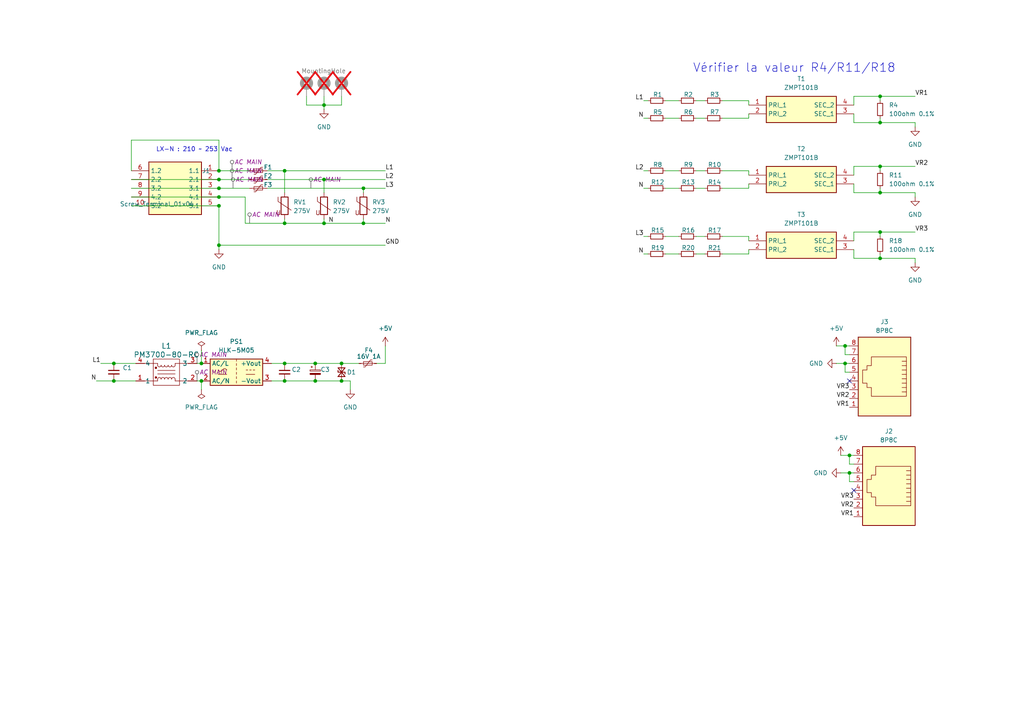
<source format=kicad_sch>
(kicad_sch (version 20231120) (generator "eeschema") (generator_version "8.0")
  (paper "A4")
  (lib_symbols
    (symbol "Connector:8P8C" (pin_names (offset 1.016))
      (property "Reference" "J" (at -5.08 13.97 0))
      (property "Value" "8P8C" (at 2.54 13.97 0))
      (symbol "8P8C_0_1"
        (polyline (pts (xy -5.08 4.445) (xy -6.35 4.445)))
        (polyline (pts (xy -5.08 5.715) (xy -6.35 5.715)))
        (polyline (pts (xy -6.35 -3.175) (xy -5.08 -3.175) (xy -5.08 -3.175)))
        (polyline (pts (xy -6.35 -1.905) (xy -5.08 -1.905) (xy -5.08 -1.905)))
        (polyline (pts (xy -6.35 -0.635) (xy -5.08 -0.635) (xy -5.08 -0.635)))
        (polyline (pts (xy -6.35 0.635) (xy -5.08 0.635) (xy -5.08 0.635)))
        (polyline (pts (xy -6.35 1.905) (xy -5.08 1.905) (xy -5.08 1.905)))
        (polyline (pts (xy -5.08 3.175) (xy -6.35 3.175) (xy -6.35 3.175)))
        (polyline (pts (xy -6.35 -4.445) (xy -6.35 6.985) (xy 3.81 6.985) (xy 3.81 4.445) (xy 5.08 4.445) (xy 5.08 3.175) (xy 6.35 3.175) (xy 6.35 -0.635) (xy 5.08 -0.635) (xy 5.08 -1.905) (xy 3.81 -1.905) (xy 3.81 -4.445) (xy -6.35 -4.445) (xy -6.35 -4.445)))
        (rectangle (start 7.62 12.7) (end -7.62 -10.16) (stroke (width 0.254)) (fill (type background)))
      )
      (symbol "8P8C_1_1"
        (pin passive line (at 10.16 -7.62 180) (length 2.54) (name "~") (number "1"))
        (pin passive line (at 10.16 -5.08 180) (length 2.54) (name "~") (number "2"))
        (pin passive line (at 10.16 -2.54 180) (length 2.54) (name "~") (number "3"))
        (pin passive line (at 10.16 0 180) (length 2.54) (name "~") (number "4"))
        (pin passive line (at 10.16 2.54 180) (length 2.54) (name "~") (number "5"))
        (pin passive line (at 10.16 5.08 180) (length 2.54) (name "~") (number "6"))
        (pin passive line (at 10.16 7.62 180) (length 2.54) (name "~") (number "7"))
        (pin passive line (at 10.16 10.16 180) (length 2.54) (name "~") (number "8"))
      )
    )
    (symbol "Converter_ACDC:HLK-5M05"
      (property "Reference" "PS" (at 0 5.08 0))
      (property "Value" "HLK-5M05" (at 0 -5.08 0))
      (symbol "HLK-5M05_0_1"
        (rectangle (start -7.62 3.81) (end 7.62 -3.81) (stroke (width 0.254)) (fill (type background)))
        (arc (start -5.334 0.635) (mid -4.699 0.2495) (end -4.064 0.635))
        (arc (start -2.794 0.635) (mid -3.429 1.0072) (end -4.064 0.635))
        (polyline (pts (xy -5.334 -0.635) (xy -2.794 -0.635)))
        (polyline (pts (xy 0 -2.54) (xy 0 -3.175)))
        (polyline (pts (xy 0 -1.27) (xy 0 -1.905)))
        (polyline (pts (xy 0 0) (xy 0 -0.635)))
        (polyline (pts (xy 0 1.27) (xy 0 0.635)))
        (polyline (pts (xy 0 2.54) (xy 0 1.905)))
        (polyline (pts (xy 0 3.81) (xy 0 3.175)))
        (polyline (pts (xy 2.794 -0.635) (xy 5.334 -0.635)))
        (polyline (pts (xy 2.794 0.635) (xy 3.302 0.635)))
        (polyline (pts (xy 3.81 0.635) (xy 4.318 0.635)))
        (polyline (pts (xy 4.826 0.635) (xy 5.334 0.635)))
      )
      (symbol "HLK-5M05_1_1"
        (pin power_in line (at -10.16 2.54 0) (length 2.54) (name "AC/L") (number "1"))
        (pin power_in line (at -10.16 -2.54 0) (length 2.54) (name "AC/N") (number "2"))
        (pin power_out line (at 10.16 -2.54 180) (length 2.54) (name "-Vout") (number "3"))
        (pin power_out line (at 10.16 2.54 180) (length 2.54) (name "+Vout") (number "4"))
      )
    )
    (symbol "Device:C_Polarized_Small" (pin_numbers hide) (pin_names (offset 0.254) hide)
      (property "Reference" "C" (at 0.254 1.778 0))
      (property "Value" "C_Polarized_Small" (at 0.254 -2.032 0))
      (symbol "C_Polarized_Small_0_1"
        (rectangle (start -1.524 -0.3048) (end 1.524 -0.6858) (fill (type outline)))
        (rectangle (start -1.524 0.6858) (end 1.524 0.3048))
        (polyline (pts (xy -1.27 1.524) (xy -0.762 1.524)))
        (polyline (pts (xy -1.016 1.27) (xy -1.016 1.778)))
      )
      (symbol "C_Polarized_Small_1_1"
        (pin passive line (at 0 2.54 270) (length 1.8542) (name "~") (number "1"))
        (pin passive line (at 0 -2.54 90) (length 1.8542) (name "~") (number "2"))
      )
    )
    (symbol "Device:C_Small" (pin_numbers hide) (pin_names (offset 0.254) hide)
      (property "Reference" "C" (at 0.254 1.778 0))
      (property "Value" "C_Small" (at 0.254 -2.032 0))
      (symbol "C_Small_0_1"
        (polyline (pts (xy -1.524 -0.508) (xy 1.524 -0.508)) (stroke (width 0.3302)))
        (polyline (pts (xy -1.524 0.508) (xy 1.524 0.508)) (stroke (width 0.3048)))
      )
      (symbol "C_Small_1_1"
        (pin passive line (at 0 2.54 270) (length 2.032) (name "~") (number "1"))
        (pin passive line (at 0 -2.54 90) (length 2.032) (name "~") (number "2"))
      )
    )
    (symbol "Device:D_TVS_Small" (pin_numbers hide) (pin_names (offset 1.016) hide)
      (property "Reference" "D" (at 0 2.54 0))
      (property "Value" "D_TVS_Small" (at 0 -2.54 0))
      (symbol "D_TVS_Small_0_1"
        (polyline (pts (xy -1.27 0) (xy 1.27 0)))
        (polyline (pts (xy 0.508 1.016) (xy 0 1.016) (xy 0 -1.016) (xy -0.508 -1.016)) (stroke (width 0.254)))
        (polyline (pts (xy -1.27 1.016) (xy -1.27 -1.016) (xy 1.27 1.016) (xy 1.27 -1.016) (xy -1.27 1.016)) (stroke (width 0.254)))
      )
      (symbol "D_TVS_Small_1_1"
        (pin passive line (at -2.54 0 0) (length 1.27) (name "A1") (number "1"))
        (pin passive line (at 2.54 0 180) (length 1.27) (name "A2") (number "2"))
      )
    )
    (symbol "Device:Polyfuse_Small" (pin_numbers hide) (pin_names (offset 0))
      (property "Reference" "F" (at -1.905 0 90))
      (property "Value" "Polyfuse_Small" (at 1.905 0 90))
      (symbol "Polyfuse_Small_0_1"
        (rectangle (start -0.508 1.27) (end 0.508 -1.27))
        (polyline (pts (xy 0 2.54) (xy 0 -2.54)))
        (polyline (pts (xy -1.016 1.27) (xy -1.016 0.762) (xy 1.016 -0.762) (xy 1.016 -1.27)))
      )
      (symbol "Polyfuse_Small_1_1"
        (pin passive line (at 0 2.54 270) (length 0.635) (name "~") (number "1"))
        (pin passive line (at 0 -2.54 90) (length 0.635) (name "~") (number "2"))
      )
    )
    (symbol "Device:R_Small" (pin_numbers hide) (pin_names (offset 0.254) hide)
      (property "Reference" "R" (at 0.762 0.508 0))
      (property "Value" "R_Small" (at 0.762 -1.016 0))
      (symbol "R_Small_0_1"
        (rectangle (start -0.762 1.778) (end 0.762 -1.778) (stroke (width 0.2032)))
      )
      (symbol "R_Small_1_1"
        (pin passive line (at 0 2.54 270) (length 0.762) (name "~") (number "1"))
        (pin passive line (at 0 -2.54 90) (length 0.762) (name "~") (number "2"))
      )
    )
    (symbol "Device:Varistor" (pin_numbers hide) (pin_names (offset 0))
      (property "Reference" "RV" (at 3.175 0 90))
      (property "Value" "Varistor" (at -3.175 0 90))
      (symbol "Varistor_0_0"
        (text "U" (at -1.778 -2.032 0) (effects (font (size 1.27 1.27))))
      )
      (symbol "Varistor_0_1"
        (rectangle (start -1.016 -2.54) (end 1.016 2.54) (stroke (width 0.254)))
        (polyline (pts (xy -1.905 2.54) (xy -1.905 1.27) (xy 1.905 -1.27)))
      )
      (symbol "Varistor_1_1"
        (pin passive line (at 0 3.81 270) (length 1.27) (name "~") (number "1"))
        (pin passive line (at 0 -3.81 90) (length 1.27) (name "~") (number "2"))
      )
    )
    (symbol "Enerwize:2913740000"
      (property "Reference" "J" (at 21.59 7.62 0))
      (property "Value" "2913740000" (at 21.59 5.08 0))
      (symbol "2913740000_1_1"
        (rectangle (start 5.08 2.54) (end 20.32 -12.7) (stroke (width 0.254)) (fill (type background)))
        (pin passive line (at 0 0 0) (length 5.08) (name "1.1") (number "1"))
        (pin passive line (at 25.4 -10.16 180) (length 5.08) (name "5.2") (number "10"))
        (pin passive line (at 0 -2.54 0) (length 5.08) (name "2.1") (number "2"))
        (pin passive line (at 0 -5.08 0) (length 5.08) (name "3.1") (number "3"))
        (pin passive line (at 0 -7.62 0) (length 5.08) (name "4.1") (number "4"))
        (pin passive line (at 0 -10.16 0) (length 5.08) (name "5.1") (number "5"))
        (pin passive line (at 25.4 0 180) (length 5.08) (name "1.2") (number "6"))
        (pin passive line (at 25.4 -2.54 180) (length 5.08) (name "2.2") (number "7"))
        (pin passive line (at 25.4 -5.08 180) (length 5.08) (name "3.2") (number "8"))
        (pin passive line (at 25.4 -7.62 180) (length 5.08) (name "4.2") (number "9"))
      )
    )
    (symbol "Enerwize:PM3700-80-RC" (pin_names (offset 0.254))
      (property "Reference" "L" (at 12.7 5.08 0))
      (property "Value" "PM3700-80-RC" (at 12.7 8.128 0))
      (symbol "PM3700-80-RC_0_1"
        (polyline (pts (xy 6.35 0) (xy 10.16 0)))
        (polyline (pts (xy 10.16 -5.08) (xy 6.35 -5.08)))
        (polyline (pts (xy 10.16 -4.572) (xy 10.16 -5.08)))
        (polyline (pts (xy 10.16 -3.048) (xy 15.24 -3.048)))
        (polyline (pts (xy 10.16 -0.508) (xy 10.16 0)))
        (polyline (pts (xy 15.24 -5.08) (xy 15.24 -4.572)))
        (polyline (pts (xy 15.24 -2.032) (xy 10.16 -2.032)))
        (polyline (pts (xy 15.24 -0.508) (xy 15.24 0)))
        (polyline (pts (xy 19.05 -5.08) (xy 15.24 -5.08)))
        (polyline (pts (xy 19.05 0) (xy 15.24 0)))
        (rectangle (start 8.89 1.27) (end 16.51 -6.35))
        (circle (center 9.652 -4.064) (radius 0.254) (fill (type outline)))
        (circle (center 9.652 -1.27) (radius 0.254) (fill (type outline)))
        (arc (start 10.16 -0.508) (mid 10.668 -1.0138) (end 11.176 -0.508))
        (arc (start 11.176 -4.572) (mid 10.668 -4.0662) (end 10.16 -4.572))
        (arc (start 11.176 -0.508) (mid 11.684 -1.0138) (end 12.192 -0.508))
        (arc (start 12.192 -4.572) (mid 11.684 -4.0662) (end 11.176 -4.572))
        (arc (start 12.192 -0.508) (mid 12.7 -1.0138) (end 13.208 -0.508))
        (arc (start 13.208 -4.572) (mid 12.7 -4.0662) (end 12.192 -4.572))
        (arc (start 13.208 -0.508) (mid 13.716 -1.0138) (end 14.224 -0.508))
        (arc (start 14.224 -4.572) (mid 13.716 -4.0662) (end 13.208 -4.572))
        (arc (start 14.224 -0.508) (mid 14.732 -1.0138) (end 15.24 -0.508))
        (arc (start 15.24 -4.572) (mid 14.732 -4.0662) (end 14.224 -4.572))
      )
      (symbol "PM3700-80-RC_1_1"
        (pin passive line (at 3.81 -5.08 0) (length 2.54) (name "1") (number "1"))
        (pin passive line (at 21.59 -5.08 180) (length 2.54) (name "2") (number "2"))
        (pin passive line (at 21.59 0 180) (length 2.54) (name "3") (number "3"))
        (pin passive line (at 3.81 0 0) (length 2.54) (name "4") (number "4"))
      )
    )
    (symbol "Enerwize:ZMPT101B"
      (property "Reference" "T" (at 26.67 7.62 0))
      (property "Value" "ZMPT101B" (at 26.67 5.08 0))
      (symbol "ZMPT101B_1_1"
        (rectangle (start 5.08 2.54) (end 25.4 -5.08) (stroke (width 0.254)) (fill (type background)))
        (pin passive line (at 0 0 0) (length 5.08) (name "PRI_1") (number "1"))
        (pin passive line (at 0 -2.54 0) (length 5.08) (name "PRI_2") (number "2"))
        (pin passive line (at 30.48 -2.54 180) (length 5.08) (name "SEC_1") (number "3"))
        (pin passive line (at 30.48 0 180) (length 5.08) (name "SEC_2") (number "4"))
      )
    )
    (symbol "Mechanical:MountingHole_Pad" (pin_numbers hide) (pin_names (offset 1.016) hide) (exclude_from_sim yes) (in_bom no)
      (property "Reference" "H" (at 0 6.35 0))
      (property "Value" "MountingHole_Pad" (at 0 4.445 0))
      (symbol "MountingHole_Pad_0_1"
        (circle (center 0 1.27) (radius 1.27) (stroke (width 1.27)))
      )
      (symbol "MountingHole_Pad_1_1"
        (pin input line (at 0 -2.54 90) (length 2.54) (name "1") (number "1"))
      )
    )
    (symbol "power:+5V" (power) (pin_numbers hide) (pin_names (offset 0) hide)
      (property "Value" "+5V" (at 0 3.556 0))
      (symbol "+5V_0_1"
        (polyline (pts (xy -0.762 1.27) (xy 0 2.54)))
        (polyline (pts (xy 0 0) (xy 0 2.54)))
        (polyline (pts (xy 0 2.54) (xy 0.762 1.27)))
      )
      (symbol "+5V_1_1"
        (pin power_in line (at 0 0 90) (length 0) (name "~") (number "1"))
      )
    )
    (symbol "power:GND" (power) (pin_numbers hide) (pin_names (offset 0) hide)
      (property "Value" "GND" (at 0 -3.81 0))
      (symbol "GND_0_1"
        (polyline (pts (xy 0 0) (xy 0 -1.27) (xy 1.27 -1.27) (xy 0 -2.54) (xy -1.27 -1.27) (xy 0 -1.27)))
      )
      (symbol "GND_1_1"
        (pin power_in line (at 0 0 270) (length 0) (name "~") (number "1"))
      )
    )
    (symbol "power:PWR_FLAG" (power) (pin_numbers hide) (pin_names (offset 0) hide)
      (property "Value" "PWR_FLAG" (at 0 3.81 0))
      (symbol "PWR_FLAG_0_0"
        (pin power_out line (at 0 0 90) (length 0) (name "~") (number "1"))
      )
      (symbol "PWR_FLAG_0_1"
        (polyline (pts (xy 0 0) (xy 0 1.27) (xy -1.016 1.905) (xy 0 2.54) (xy 1.016 1.905) (xy 0 1.27)))
      )
    )
  )
  (junction (at 91.44 110.49))
  (junction (at 58.42 105.41))
  (junction (at 105.41 54.61))
  (junction (at 58.42 110.49))
  (junction (at 255.27 27.94))
  (junction (at 63.5 57.15))
  (junction (at 63.5 52.07))
  (junction (at 99.06 110.49))
  (junction (at 255.27 48.26))
  (junction (at 82.55 49.53))
  (junction (at 33.02 105.41))
  (junction (at 255.27 67.31))
  (junction (at 245.11 100.33))
  (junction (at 93.98 64.77))
  (junction (at 82.55 105.41))
  (junction (at 91.44 105.41))
  (junction (at 105.41 64.77))
  (junction (at 63.5 71.12))
  (junction (at 33.02 110.49))
  (junction (at 93.98 52.07))
  (junction (at 82.55 64.77))
  (junction (at 63.5 54.61))
  (junction (at 63.5 49.53))
  (junction (at 93.98 30.48))
  (junction (at 99.06 105.41))
  (junction (at 255.27 74.93))
  (junction (at 246.38 132.08))
  (junction (at 255.27 35.56))
  (junction (at 63.5 59.69))
  (junction (at 82.55 110.49))
  (junction (at 255.27 55.88))
  (junction (at 245.11 105.41))
  (junction (at 246.38 137.16))
  (no_connect (at 246.38 110.49))
  (no_connect (at 247.65 142.24))
  (wire (pts (xy 255.27 67.31) (xy 255.27 68.58)))
  (wire (pts (xy 246.38 107.95) (xy 245.11 107.95)))
  (wire (pts (xy 58.42 101.6) (xy 58.42 105.41)))
  (wire (pts (xy 77.47 49.53) (xy 82.55 49.53)))
  (wire (pts (xy 27.94 110.49) (xy 33.02 110.49)))
  (wire (pts (xy 247.65 53.34) (xy 247.65 55.88)))
  (wire (pts (xy 71.12 64.77) (xy 71.12 57.15)))
  (wire (pts (xy 255.27 35.56) (xy 255.27 34.29)))
  (wire (pts (xy 187.96 34.29) (xy 186.69 34.29)))
  (wire (pts (xy 63.5 52.07) (xy 72.39 52.07)))
  (wire (pts (xy 111.76 105.41) (xy 111.76 100.33)))
  (wire (pts (xy 245.11 100.33) (xy 242.57 100.33)))
  (wire (pts (xy 217.17 49.53) (xy 217.17 50.8)))
  (wire (pts (xy 187.96 54.61) (xy 186.69 54.61)))
  (wire (pts (xy 93.98 31.75) (xy 93.98 30.48)))
  (wire (pts (xy 246.38 100.33) (xy 245.11 100.33)))
  (wire (pts (xy 247.65 33.02) (xy 247.65 35.56)))
  (wire (pts (xy 246.38 132.08) (xy 243.84 132.08)))
  (wire (pts (xy 88.9 30.48) (xy 93.98 30.48)))
  (wire (pts (xy 245.11 107.95) (xy 245.11 105.41)))
  (wire (pts (xy 77.47 52.07) (xy 93.98 52.07)))
  (wire (pts (xy 246.38 105.41) (xy 245.11 105.41)))
  (wire (pts (xy 187.96 73.66) (xy 186.69 73.66)))
  (wire (pts (xy 57.15 110.49) (xy 58.42 110.49)))
  (wire (pts (xy 265.43 55.88) (xy 265.43 57.15)))
  (wire (pts (xy 209.55 29.21) (xy 217.17 29.21)))
  (wire (pts (xy 247.65 132.08) (xy 246.38 132.08)))
  (wire (pts (xy 29.21 105.41) (xy 33.02 105.41)))
  (wire (pts (xy 255.27 74.93) (xy 265.43 74.93)))
  (wire (pts (xy 247.65 50.8) (xy 247.65 48.26)))
  (wire (pts (xy 105.41 54.61) (xy 105.41 55.88)))
  (wire (pts (xy 93.98 52.07) (xy 111.76 52.07)))
  (wire (pts (xy 38.1 59.69) (xy 63.5 59.69)))
  (wire (pts (xy 246.38 134.62) (xy 246.38 132.08)))
  (wire (pts (xy 201.93 54.61) (xy 204.47 54.61)))
  (wire (pts (xy 109.22 105.41) (xy 111.76 105.41)))
  (wire (pts (xy 247.65 72.39) (xy 247.65 74.93)))
  (wire (pts (xy 63.5 40.64) (xy 63.5 49.53)))
  (wire (pts (xy 247.65 134.62) (xy 246.38 134.62)))
  (wire (pts (xy 217.17 34.29) (xy 217.17 33.02)))
  (wire (pts (xy 82.55 49.53) (xy 111.76 49.53)))
  (wire (pts (xy 93.98 52.07) (xy 93.98 55.88)))
  (wire (pts (xy 91.44 105.41) (xy 99.06 105.41)))
  (wire (pts (xy 82.55 110.49) (xy 91.44 110.49)))
  (wire (pts (xy 247.65 74.93) (xy 255.27 74.93)))
  (wire (pts (xy 186.69 29.21) (xy 187.96 29.21)))
  (wire (pts (xy 58.42 113.03) (xy 58.42 110.49)))
  (wire (pts (xy 265.43 74.93) (xy 265.43 76.2)))
  (wire (pts (xy 255.27 55.88) (xy 255.27 54.61)))
  (wire (pts (xy 246.38 102.87) (xy 245.11 102.87)))
  (wire (pts (xy 38.1 40.64) (xy 63.5 40.64)))
  (wire (pts (xy 247.65 35.56) (xy 255.27 35.56)))
  (wire (pts (xy 255.27 74.93) (xy 255.27 73.66)))
  (wire (pts (xy 193.04 49.53) (xy 196.85 49.53)))
  (wire (pts (xy 82.55 105.41) (xy 91.44 105.41)))
  (wire (pts (xy 201.93 73.66) (xy 204.47 73.66)))
  (wire (pts (xy 186.69 49.53) (xy 187.96 49.53)))
  (wire (pts (xy 209.55 73.66) (xy 217.17 73.66)))
  (wire (pts (xy 38.1 54.61) (xy 63.5 54.61)))
  (wire (pts (xy 201.93 49.53) (xy 204.47 49.53)))
  (wire (pts (xy 91.44 110.49) (xy 99.06 110.49)))
  (wire (pts (xy 209.55 34.29) (xy 217.17 34.29)))
  (wire (pts (xy 265.43 35.56) (xy 265.43 36.83)))
  (wire (pts (xy 33.02 105.41) (xy 39.37 105.41)))
  (wire (pts (xy 209.55 68.58) (xy 217.17 68.58)))
  (wire (pts (xy 105.41 63.5) (xy 105.41 64.77)))
  (wire (pts (xy 93.98 64.77) (xy 105.41 64.77)))
  (wire (pts (xy 255.27 67.31) (xy 265.43 67.31)))
  (wire (pts (xy 247.65 48.26) (xy 255.27 48.26)))
  (wire (pts (xy 38.1 49.53) (xy 38.1 40.64)))
  (wire (pts (xy 99.06 105.41) (xy 104.14 105.41)))
  (wire (pts (xy 63.5 49.53) (xy 72.39 49.53)))
  (wire (pts (xy 101.6 110.49) (xy 101.6 113.03)))
  (wire (pts (xy 93.98 27.94) (xy 93.98 30.48)))
  (wire (pts (xy 217.17 68.58) (xy 217.17 69.85)))
  (wire (pts (xy 71.12 57.15) (xy 63.5 57.15)))
  (wire (pts (xy 209.55 54.61) (xy 217.17 54.61)))
  (wire (pts (xy 101.6 110.49) (xy 99.06 110.49)))
  (wire (pts (xy 193.04 54.61) (xy 196.85 54.61)))
  (wire (pts (xy 105.41 64.77) (xy 111.76 64.77)))
  (wire (pts (xy 245.11 102.87) (xy 245.11 100.33)))
  (wire (pts (xy 217.17 29.21) (xy 217.17 30.48)))
  (wire (pts (xy 255.27 48.26) (xy 265.43 48.26)))
  (wire (pts (xy 201.93 29.21) (xy 204.47 29.21)))
  (wire (pts (xy 247.65 137.16) (xy 246.38 137.16)))
  (wire (pts (xy 193.04 29.21) (xy 196.85 29.21)))
  (wire (pts (xy 247.65 139.7) (xy 246.38 139.7)))
  (wire (pts (xy 193.04 68.58) (xy 196.85 68.58)))
  (wire (pts (xy 99.06 30.48) (xy 93.98 30.48)))
  (wire (pts (xy 247.65 55.88) (xy 255.27 55.88)))
  (wire (pts (xy 255.27 27.94) (xy 255.27 29.21)))
  (wire (pts (xy 186.69 68.58) (xy 187.96 68.58)))
  (wire (pts (xy 99.06 27.94) (xy 99.06 30.48)))
  (wire (pts (xy 247.65 30.48) (xy 247.65 27.94)))
  (wire (pts (xy 33.02 110.49) (xy 39.37 110.49)))
  (wire (pts (xy 63.5 71.12) (xy 111.76 71.12)))
  (wire (pts (xy 193.04 34.29) (xy 196.85 34.29)))
  (wire (pts (xy 217.17 73.66) (xy 217.17 72.39)))
  (wire (pts (xy 105.41 54.61) (xy 111.76 54.61)))
  (wire (pts (xy 201.93 34.29) (xy 204.47 34.29)))
  (wire (pts (xy 247.65 67.31) (xy 255.27 67.31)))
  (wire (pts (xy 82.55 55.88) (xy 82.55 49.53)))
  (wire (pts (xy 38.1 52.07) (xy 63.5 52.07)))
  (wire (pts (xy 255.27 27.94) (xy 265.43 27.94)))
  (wire (pts (xy 245.11 105.41) (xy 242.57 105.41)))
  (wire (pts (xy 82.55 64.77) (xy 93.98 64.77)))
  (wire (pts (xy 201.93 68.58) (xy 204.47 68.58)))
  (wire (pts (xy 82.55 63.5) (xy 82.55 64.77)))
  (wire (pts (xy 63.5 54.61) (xy 72.39 54.61)))
  (wire (pts (xy 63.5 71.12) (xy 63.5 72.39)))
  (wire (pts (xy 247.65 69.85) (xy 247.65 67.31)))
  (wire (pts (xy 217.17 54.61) (xy 217.17 53.34)))
  (wire (pts (xy 209.55 49.53) (xy 217.17 49.53)))
  (wire (pts (xy 78.74 110.49) (xy 82.55 110.49)))
  (wire (pts (xy 88.9 27.94) (xy 88.9 30.48)))
  (wire (pts (xy 63.5 59.69) (xy 63.5 71.12)))
  (wire (pts (xy 246.38 139.7) (xy 246.38 137.16)))
  (wire (pts (xy 193.04 73.66) (xy 196.85 73.66)))
  (wire (pts (xy 247.65 27.94) (xy 255.27 27.94)))
  (wire (pts (xy 255.27 35.56) (xy 265.43 35.56)))
  (wire (pts (xy 93.98 63.5) (xy 93.98 64.77)))
  (wire (pts (xy 77.47 54.61) (xy 105.41 54.61)))
  (wire (pts (xy 255.27 55.88) (xy 265.43 55.88)))
  (wire (pts (xy 38.1 57.15) (xy 63.5 57.15)))
  (wire (pts (xy 255.27 48.26) (xy 255.27 49.53)))
  (wire (pts (xy 57.15 105.41) (xy 58.42 105.41)))
  (wire (pts (xy 71.12 64.77) (xy 82.55 64.77)))
  (wire (pts (xy 246.38 137.16) (xy 243.84 137.16)))
  (wire (pts (xy 78.74 105.41) (xy 82.55 105.41)))
  (text "Vérifier la valeur R4/R11/R18\n" (at 230.378 19.812 0) (effects (font (size 2.5 2.5))))
  (text "LX-N : 210 ~ 253 Vac" (at 56.388 43.434 0) (effects (font (size 1.27 1.27))))
  (label "N" (at 186.69 54.61 180))
  (label "VR3" (at 265.43 67.31 0))
  (label "L3" (at 111.76 54.61 0))
  (label "N" (at 95.25 64.77 0))
  (label "VR2" (at 247.65 147.32 180))
  (label "L1" (at 111.76 49.53 0))
  (label "VR1" (at 265.43 27.94 0))
  (label "N" (at 186.69 73.66 180))
  (label "N" (at 186.69 34.29 180))
  (label "VR3" (at 246.38 113.03 180))
  (label "VR1" (at 246.38 118.11 180))
  (label "VR3" (at 247.65 144.78 180))
  (label "L1" (at 186.69 29.21 180))
  (label "L2" (at 186.69 49.53 180))
  (label "VR2" (at 265.43 48.26 0))
  (label "L3" (at 186.69 68.58 180))
  (label "VR2" (at 246.38 115.57 180))
  (label "N" (at 27.94 110.49 180))
  (label "N" (at 111.76 64.77 0))
  (label "VR1" (at 247.65 149.86 180))
  (label "GND" (at 111.76 71.12 0))
  (label "L2" (at 111.76 52.07 0))
  (label "L1" (at 29.21 105.41 180))
  (netclass_flag "" (length 2.54) (shape round) (at 67.5883 54.61 0) (property "Netclass" "AC MAIN" (at 68.2868 52.07 0) (effects (font (italic yes)) (justify left))))
  (netclass_flag "" (length 2.54) (shape round) (at 72.39 64.77 0) (property "Netclass" "AC MAIN" (at 73.0885 62.23 0) (effects (font (italic yes)) (justify left))))
  (netclass_flag "" (length 2.54) (shape round) (at 57.15 110.49 0) (property "Netclass" "AC MAIN" (at 57.8485 107.95 0) (effects (font (italic yes)) (justify left))))
  (netclass_flag "" (length 2.54) (shape round) (at 67.31 52.07 0) (property "Netclass" "AC MAIN" (at 68.0085 49.53 0) (effects (font (italic yes)) (justify left))))
  (netclass_flag "" (length 2.54) (shape round) (at 90.17 54.61 0) (property "Netclass" "AC MAIN" (at 90.8685 52.07 0) (effects (font (italic yes)) (justify left))))
  (netclass_flag "" (length 2.54) (shape round) (at 57.15 105.41 0) (property "Netclass" "AC MAIN" (at 57.8485 102.87 0) (effects (font (italic yes)) (justify left))))
  (netclass_flag "" (length 2.54) (shape round) (at 67.31 49.53 0) (property "Netclass" "AC MAIN" (at 68.0085 46.99 0) (effects (font (italic yes)) (justify left))))
  (symbol (lib_id "Enerwize:ZMPT101B") (at 217.17 50.8 0) (unit 1)
    (property "Reference" "T2" (at 232.41 43.18 0))
    (property "Value" "ZMPT101B" (at 232.41 45.72 0))
    (property "Footprint" "Enerwize:ZMPT101B" (effects (hide yes)))
    (property "Description" "Current-type Voltage Transformer" (effects (hide yes)))
    (property "Height" "18.8" (effects (hide yes)))
    (property "Manufacturer_Name" "Qingxian Zeming Langxi Electronic" (effects (hide yes)))
    (property "Manufacturer_Part_Number" "ZMPT101B" (effects (hide yes)))
    (property "LCSC Part #" "C111858" (effects (hide yes)))
    (property "MPN" "ZMPT101B" (effects (hide yes)))
  )
  (symbol (lib_id "Device:R_Small") (at 255.27 52.07 0) (unit 1)
    (property "Reference" "R11" (at 257.81 50.7999 0) (effects (justify left)))
    (property "Value" "100ohm 0.1%" (at 257.81 53.3399 0) (effects (justify left)))
    (property "Footprint" "Resistor_SMD:R_0603_1608Metric_Pad0.98x0.95mm_HandSolder" (effects (hide yes)))
    (property "Description" "Resistor, small symbol" (effects (hide yes)))
    (property "LCSC Part #" "C2989113" (effects (hide yes)))
    (property "MPN" "TC0325B1000T5F" (effects (hide yes)))
  )
  (symbol (lib_id "Enerwize:2913740000") (at 63.5 49.53 0) (mirror y) (unit 1)
    (property "Reference" "J1" (at 60.96 49.5299 0) (effects (justify left)))
    (property "Value" "Screw_Terminal_01x04" (at 56.388 59.182 0) (effects (justify left)))
    (property "Footprint" "Enerwize:2913740000" (effects (hide yes)))
    (property "Datasheet" "https://eshop.weidmueller.com/weidmueller-com/sv/anslutningsteknik/180degvertikalt/mts-505-v-t4-b-t/p/2913740000#tab=egenskaper?" (effects (hide yes)))
    (property "Description" "Printed circuit board terminals, PCB terminal, THT solder connection, Pitch in mm: 5.00 mm, Number of poles: 5, Tube" (effects (hide yes)))
    (property "Height" "18.85" (effects (hide yes)))
    (property "Mouser Part Number" "470-2913740000" (effects (hide yes)))
    (property "Mouser Price/Stock" "https://www.mouser.co.uk/ProductDetail/Weidmuller/2913740000?qs=Z%252BL2brAPG1K7VtuCP7bgFQ%3D%3D" (effects (hide yes)))
    (property "Manufacturer_Name" "Weidmuller" (effects (hide yes)))
    (property "Manufacturer_Part_Number" "2913740000" (effects (hide yes)))
    (property "MPN" "2913630000" (effects (hide yes)))
  )
  (symbol (lib_id "Enerwize:ZMPT101B") (at 217.17 30.48 0) (unit 1)
    (property "Reference" "T1" (at 232.41 22.86 0))
    (property "Value" "ZMPT101B" (at 232.41 25.4 0))
    (property "Footprint" "Enerwize:ZMPT101B" (effects (hide yes)))
    (property "Description" "Current-type Voltage Transformer" (effects (hide yes)))
    (property "Height" "18.8" (effects (hide yes)))
    (property "Manufacturer_Name" "Qingxian Zeming Langxi Electronic" (effects (hide yes)))
    (property "Manufacturer_Part_Number" "ZMPT101B" (effects (hide yes)))
    (property "LCSC Part #" "C111858" (effects (hide yes)))
    (property "MPN" "ZMPT101B" (effects (hide yes)))
  )
  (symbol (lib_id "Device:R_Small") (at 190.5 29.21 90) (unit 1)
    (property "Reference" "R1" (at 190.754 27.432 90))
    (property "Value" "10k 150V ±100ppm/℃ ±1%" (effects (hide yes)))
    (property "Footprint" "Resistor_SMD:R_0805_2012Metric_Pad1.20x1.40mm_HandSolder" (effects (hide yes)))
    (property "Description" "Resistor, small symbol" (effects (hide yes)))
    (property "LCSC Part #" "C276215" (effects (hide yes)))
    (property "MPN" "RK73H2ATTD1002F" (effects (hide yes)))
  )
  (symbol (lib_id "Device:Varistor") (at 82.55 59.69 0) (unit 1)
    (property "Reference" "RV1" (at 85.09 58.6132 0) (effects (justify left)))
    (property "Value" "275V" (at 85.09 61.1532 0) (effects (justify left)))
    (property "Footprint" "Varistor:RV_Disc_D9mm_W4.8mm_P5mm" (effects (hide yes)))
    (property "Description" "Voltage dependent resistor" (effects (hide yes)))
    (property "Sim.Name" "kicad_builtin_varistor" (effects (hide yes)))
    (property "Sim.Device" "SUBCKT" (effects (hide yes)))
    (property "Sim.Pins" "1=A 2=B" (effects (hide yes)))
    (property "Sim.Params" "threshold=1k" (effects (hide yes)))
    (property "Sim.Library" "${KICAD7_SYMBOL_DIR}/Simulation_SPICE.sp" (effects (hide yes)))
    (property "LCSC Part #" "C2974820" (effects (hide yes)))
  )
  (symbol (lib_id "Connector:8P8C") (at 256.54 110.49 0) (mirror y) (unit 1)
    (property "Reference" "J3" (at 256.54 93.345 0))
    (property "Value" "8P8C" (at 256.54 95.885 0))
    (property "Footprint" "Enerwize:MTJ881X1" (effects (hide yes)))
    (property "Manufacturer_Part_Number" "MTJ-881X1" (effects (hide yes)))
    (property "LCSC Part #" "C6917143" (effects (hide yes)))
  )
  (symbol (lib_id "Device:Varistor") (at 105.41 59.69 0) (unit 1)
    (property "Reference" "RV3" (at 107.95 58.6132 0) (effects (justify left)))
    (property "Value" "275V" (at 107.95 61.1532 0) (effects (justify left)))
    (property "Footprint" "Varistor:RV_Disc_D9mm_W4.8mm_P5mm" (effects (hide yes)))
    (property "Description" "Voltage dependent resistor" (effects (hide yes)))
    (property "Sim.Name" "kicad_builtin_varistor" (effects (hide yes)))
    (property "Sim.Device" "SUBCKT" (effects (hide yes)))
    (property "Sim.Pins" "1=A 2=B" (effects (hide yes)))
    (property "Sim.Params" "threshold=1k" (effects (hide yes)))
    (property "Sim.Library" "${KICAD7_SYMBOL_DIR}/Simulation_SPICE.sp" (effects (hide yes)))
    (property "LCSC Part #" "C2974820" (effects (hide yes)))
  )
  (symbol (lib_id "Mechanical:MountingHole_Pad") (at 99.06 25.4 0) (unit 1) (exclude_from_sim yes) (in_bom no) (dnp yes)
    (property "Reference" "H3" (effects (hide yes)))
    (property "Value" "MountingHole" (effects (hide yes)))
    (property "Footprint" "MountingHole:MountingHole_4.3mm_M4_Pad_Via" (effects (hide yes)))
    (property "Description" "Mounting Hole with connection" (effects (hide yes)))
  )
  (symbol (lib_id "Mechanical:MountingHole_Pad") (at 88.9 25.4 0) (unit 1) (exclude_from_sim yes) (in_bom no) (dnp yes)
    (property "Reference" "H1" (effects (hide yes)))
    (property "Value" "MountingHole" (effects (hide yes)))
    (property "Footprint" "MountingHole:MountingHole_4.3mm_M4_Pad_Via" (effects (hide yes)))
    (property "Description" "Mounting Hole with connection" (effects (hide yes)))
  )
  (symbol (lib_id "Device:R_Small") (at 207.01 73.66 90) (unit 1)
    (property "Reference" "R21" (at 207.264 71.882 90))
    (property "Value" "10k 150V ±100ppm/℃ ±1%" (effects (hide yes)))
    (property "Footprint" "Resistor_SMD:R_0805_2012Metric_Pad1.20x1.40mm_HandSolder" (effects (hide yes)))
    (property "Description" "Resistor, small symbol" (effects (hide yes)))
    (property "LCSC Part #" "C276215" (effects (hide yes)))
    (property "MPN" "RK73H2ATTD1002F" (effects (hide yes)))
  )
  (symbol (lib_id "Converter_ACDC:HLK-5M05") (at 68.58 107.95 0) (unit 1)
    (property "Reference" "PS1" (at 68.58 99.06 0))
    (property "Value" "HLK-5M05" (at 68.58 101.6 0))
    (property "Footprint" "Converter_ACDC:Converter_ACDC_Hi-Link_HLK-5Mxx" (effects (hide yes)))
    (property "Datasheet" "http://h.hlktech.com/download/ACDC%E7%94%B5%E6%BA%90%E6%A8%A1%E5%9D%975W%E7%B3%BB%E5%88%97/1/%E6%B5%B7%E5%87%8C%E7%A7%915W%E7%B3%BB%E5%88%97%E7%94%B5%E6%BA%90%E6%A8%A1%E5%9D%97%E8%A7%84%E6%A0%BC%E4%B9%A6V2.8.pdf" (effects (hide yes)))
    (property "Description" "Compact AC/DC board mount power module 5W, 5V 1A" (effects (hide yes)))
    (property "LCSC Part #" "C209907" (effects (hide yes)))
    (property "MPN" "HLK-5M05" (effects (hide yes)))
  )
  (symbol (lib_id "power:GND") (at 242.57 105.41 270) (mirror x) (unit 1)
    (property "Reference" "#PWR011" (effects (hide yes)))
    (property "Value" "GND" (at 238.76 105.41 90) (effects (justify right)))
    (property "Description" "Power symbol creates a global label with name \"GND\" , ground" (effects (hide yes)))
  )
  (symbol (lib_id "Device:R_Small") (at 199.39 68.58 90) (unit 1)
    (property "Reference" "R16" (at 199.644 66.802 90))
    (property "Value" "10k 150V ±100ppm/℃ ±1%" (effects (hide yes)))
    (property "Footprint" "Resistor_SMD:R_0805_2012Metric_Pad1.20x1.40mm_HandSolder" (effects (hide yes)))
    (property "Description" "Resistor, small symbol" (effects (hide yes)))
    (property "LCSC Part #" "C276215" (effects (hide yes)))
    (property "MPN" "RK73H2ATTD1002F" (effects (hide yes)))
  )
  (symbol (lib_id "power:GND") (at 265.43 76.2 0) (unit 1)
    (property "Reference" "#PWR03" (effects (hide yes)))
    (property "Value" "GND" (at 265.43 81.28 0))
    (property "Description" "Power symbol creates a global label with name \"GND\" , ground" (effects (hide yes)))
  )
  (symbol (lib_id "Device:Polyfuse_Small") (at 74.93 49.53 90) (unit 1)
    (property "Reference" "F1" (at 77.724 48.514 90))
    (property "Value" "600mA" (effects (hide yes)))
    (property "Footprint" "Fuse:Fuse_Bourns_MF-RG1000" (effects (hide yes)))
    (property "Description" "Resettable fuse, polymeric positive temperature coefficient, small symbol" (effects (hide yes)))
    (property "MPN" "0ZRE0040FF1A" (effects (hide yes)))
    (property "LCSC Part #" "C3761294" (effects (hide yes)))
  )
  (symbol (lib_id "Device:R_Small") (at 207.01 54.61 90) (unit 1)
    (property "Reference" "R14" (at 207.264 52.832 90))
    (property "Value" "10k 150V ±100ppm/℃ ±1%" (effects (hide yes)))
    (property "Footprint" "Resistor_SMD:R_0805_2012Metric_Pad1.20x1.40mm_HandSolder" (effects (hide yes)))
    (property "Description" "Resistor, small symbol" (effects (hide yes)))
    (property "LCSC Part #" "C276215" (effects (hide yes)))
    (property "MPN" "RK73H2ATTD1002F" (effects (hide yes)))
  )
  (symbol (lib_id "power:GND") (at 101.6 113.03 0) (unit 1)
    (property "Reference" "#PWR06" (effects (hide yes)))
    (property "Value" "GND" (at 101.6 118.11 0))
    (property "Description" "Power symbol creates a global label with name \"GND\" , ground" (effects (hide yes)))
  )
  (symbol (lib_id "Enerwize:PM3700-80-RC") (at 35.56 105.41 0) (unit 1)
    (property "Reference" "L1" (at 48.26 100.33 0) (effects (font (size 1.524 1.524))))
    (property "Value" "PM3700-80-RC" (at 48.26 102.87 0) (effects (font (size 1.524 1.524))))
    (property "Footprint" "Enerwize:IND_PM3700" (effects (hide yes)))
    (property "Datasheet" "PM3700-80-RC" (effects (hide yes)))
    (property "LCSC Part #" "C2662178" (effects (hide yes)))
    (property "MPN" "PM3700-80-RC" (effects (hide yes)))
  )
  (symbol (lib_id "power:GND") (at 243.84 137.16 270) (mirror x) (unit 1)
    (property "Reference" "#PWR07" (effects (hide yes)))
    (property "Value" "GND" (at 240.03 137.16 90) (effects (justify right)))
    (property "Description" "Power symbol creates a global label with name \"GND\" , ground" (effects (hide yes)))
  )
  (symbol (lib_id "Device:R_Small") (at 207.01 49.53 90) (unit 1)
    (property "Reference" "R10" (at 207.264 47.752 90))
    (property "Value" "10k 150V ±100ppm/℃ ±1%" (effects (hide yes)))
    (property "Footprint" "Resistor_SMD:R_0805_2012Metric_Pad1.20x1.40mm_HandSolder" (effects (hide yes)))
    (property "Description" "Resistor, small symbol" (effects (hide yes)))
    (property "LCSC Part #" "C276215" (effects (hide yes)))
    (property "MPN" "RK73H2ATTD1002F" (effects (hide yes)))
  )
  (symbol (lib_id "Device:R_Small") (at 255.27 31.75 0) (unit 1)
    (property "Reference" "R4" (at 257.81 30.4799 0) (effects (justify left)))
    (property "Value" "100ohm 0.1%" (at 257.81 33.0199 0) (effects (justify left)))
    (property "Footprint" "Resistor_SMD:R_0603_1608Metric_Pad0.98x0.95mm_HandSolder" (effects (hide yes)))
    (property "Description" "Resistor, small symbol" (effects (hide yes)))
    (property "LCSC Part #" "C2989113" (effects (hide yes)))
    (property "MPN" "TC0325B1000T5F" (effects (hide yes)))
  )
  (symbol (lib_id "Device:C_Small") (at 33.02 107.95 0) (unit 1)
    (property "Reference" "C1" (at 35.56 106.6862 0) (effects (justify left)))
    (property "Value" "1uF X7R 250V ±10%" (effects (hide yes)))
    (property "Footprint" "Capacitor_SMD:C_1812_4532Metric_Pad1.57x3.40mm_HandSolder" (effects (hide yes)))
    (property "Description" "Unpolarized capacitor, small symbol" (effects (hide yes)))
    (property "LCSC Part #" "C381468" (effects (hide yes)))
  )
  (symbol (lib_id "power:GND") (at 93.98 31.75 0) (unit 1)
    (property "Reference" "#PWR010" (effects (hide yes)))
    (property "Value" "GND" (at 93.98 36.83 0))
    (property "Description" "Power symbol creates a global label with name \"GND\" , ground" (effects (hide yes)))
  )
  (symbol (lib_id "Mechanical:MountingHole_Pad") (at 93.98 25.4 0) (unit 1) (exclude_from_sim yes) (in_bom no) (dnp yes)
    (property "Reference" "H2" (effects (hide yes)))
    (property "Value" "MountingHole" (at 87.376 20.574 0) (effects (justify left)))
    (property "Footprint" "MountingHole:MountingHole_4.3mm_M4_Pad_Via" (effects (hide yes)))
    (property "Description" "Mounting Hole with connection" (effects (hide yes)))
  )
  (symbol (lib_id "Device:R_Small") (at 199.39 49.53 90) (unit 1)
    (property "Reference" "R9" (at 199.644 47.752 90))
    (property "Value" "10k 150V ±100ppm/℃ ±1%" (effects (hide yes)))
    (property "Footprint" "Resistor_SMD:R_0805_2012Metric_Pad1.20x1.40mm_HandSolder" (effects (hide yes)))
    (property "Description" "Resistor, small symbol" (effects (hide yes)))
    (property "LCSC Part #" "C276215" (effects (hide yes)))
    (property "MPN" "RK73H2ATTD1002F" (effects (hide yes)))
  )
  (symbol (lib_id "Device:R_Small") (at 207.01 34.29 90) (unit 1)
    (property "Reference" "R7" (at 207.264 32.512 90))
    (property "Value" "10k 150V ±100ppm/℃ ±1%" (effects (hide yes)))
    (property "Footprint" "Resistor_SMD:R_0805_2012Metric_Pad1.20x1.40mm_HandSolder" (effects (hide yes)))
    (property "Description" "Resistor, small symbol" (effects (hide yes)))
    (property "LCSC Part #" "C276215" (effects (hide yes)))
    (property "MPN" "RK73H2ATTD1002F" (effects (hide yes)))
  )
  (symbol (lib_id "power:PWR_FLAG") (at 58.42 101.6 0) (unit 1)
    (property "Reference" "#FLG01" (effects (hide yes)))
    (property "Value" "PWR_FLAG" (at 58.42 96.52 0))
    (property "Description" "Special symbol for telling ERC where power comes from" (effects (hide yes)))
  )
  (symbol (lib_id "Device:C_Small") (at 82.55 107.95 0) (unit 1)
    (property "Reference" "C2" (at 84.582 107.188 0) (effects (justify left)))
    (property "Value" "1uF 16V" (effects (hide yes)))
    (property "Footprint" "Capacitor_SMD:C_0603_1608Metric_Pad1.08x0.95mm_HandSolder" (effects (hide yes)))
    (property "Description" "Unpolarized capacitor, small symbol" (effects (hide yes)))
    (property "LCSC Part #" "C6119860 " (effects (hide yes)))
  )
  (symbol (lib_id "Connector:8P8C") (at 257.81 142.24 0) (mirror y) (unit 1)
    (property "Reference" "J2" (at 257.81 125.095 0))
    (property "Value" "8P8C" (at 257.81 127.635 0))
    (property "Footprint" "Enerwize:MTJ881X1" (effects (hide yes)))
    (property "Manufacturer_Part_Number" "MTJ-881X1" (effects (hide yes)))
    (property "LCSC Part #" "C6917143" (effects (hide yes)))
  )
  (symbol (lib_id "Device:R_Small") (at 199.39 54.61 90) (unit 1)
    (property "Reference" "R13" (at 199.644 52.832 90))
    (property "Value" "10k 150V ±100ppm/℃ ±1%" (effects (hide yes)))
    (property "Footprint" "Resistor_SMD:R_0805_2012Metric_Pad1.20x1.40mm_HandSolder" (effects (hide yes)))
    (property "Description" "Resistor, small symbol" (effects (hide yes)))
    (property "LCSC Part #" "C276215" (effects (hide yes)))
    (property "MPN" "RK73H2ATTD1002F" (effects (hide yes)))
  )
  (symbol (lib_id "Device:R_Small") (at 207.01 29.21 90) (unit 1)
    (property "Reference" "R3" (at 207.264 27.432 90))
    (property "Value" "10k 150V ±100ppm/℃ ±1%" (effects (hide yes)))
    (property "Footprint" "Resistor_SMD:R_0805_2012Metric_Pad1.20x1.40mm_HandSolder" (effects (hide yes)))
    (property "Description" "Resistor, small symbol" (effects (hide yes)))
    (property "LCSC Part #" "C276215" (effects (hide yes)))
    (property "MPN" "RK73H2ATTD1002F" (effects (hide yes)))
  )
  (symbol (lib_id "power:GND") (at 63.5 72.39 0) (unit 1)
    (property "Reference" "#PWR04" (effects (hide yes)))
    (property "Value" "GND" (at 63.5 77.47 0))
    (property "Description" "Power symbol creates a global label with name \"GND\" , ground" (effects (hide yes)))
  )
  (symbol (lib_id "Device:R_Small") (at 190.5 73.66 90) (unit 1)
    (property "Reference" "R19" (at 190.754 71.882 90))
    (property "Value" "10k 150V ±100ppm/℃ ±1%" (effects (hide yes)))
    (property "Footprint" "Resistor_SMD:R_0805_2012Metric_Pad1.20x1.40mm_HandSolder" (effects (hide yes)))
    (property "Description" "Resistor, small symbol" (effects (hide yes)))
    (property "LCSC Part #" "C276215" (effects (hide yes)))
    (property "MPN" "RK73H2ATTD1002F" (effects (hide yes)))
  )
  (symbol (lib_id "Device:Polyfuse_Small") (at 74.93 52.07 90) (unit 1)
    (property "Reference" "F2" (at 77.724 51.054 90))
    (property "Value" "600mA" (effects (hide yes)))
    (property "Footprint" "Fuse:Fuse_Bourns_MF-RG1000" (effects (hide yes)))
    (property "Description" "Resettable fuse, polymeric positive temperature coefficient, small symbol" (effects (hide yes)))
    (property "LCSC Part #" "C3761294" (effects (hide yes)))
    (property "MPN" "0ZRE0040FF1A" (effects (hide yes)))
  )
  (symbol (lib_id "Device:R_Small") (at 199.39 34.29 90) (unit 1)
    (property "Reference" "R6" (at 199.644 32.512 90))
    (property "Value" "10k 150V ±100ppm/℃ ±1%" (effects (hide yes)))
    (property "Footprint" "Resistor_SMD:R_0805_2012Metric_Pad1.20x1.40mm_HandSolder" (effects (hide yes)))
    (property "Description" "Resistor, small symbol" (effects (hide yes)))
    (property "LCSC Part #" "C276215" (effects (hide yes)))
    (property "MPN" "RK73H2ATTD1002F" (effects (hide yes)))
  )
  (symbol (lib_id "Device:R_Small") (at 199.39 73.66 90) (unit 1)
    (property "Reference" "R20" (at 199.644 71.882 90))
    (property "Value" "10k 150V ±100ppm/℃ ±1%" (effects (hide yes)))
    (property "Footprint" "Resistor_SMD:R_0805_2012Metric_Pad1.20x1.40mm_HandSolder" (effects (hide yes)))
    (property "Description" "Resistor, small symbol" (effects (hide yes)))
    (property "LCSC Part #" "C276215" (effects (hide yes)))
    (property "MPN" "RK73H2ATTD1002F" (effects (hide yes)))
  )
  (symbol (lib_id "Device:Varistor") (at 93.98 59.69 0) (unit 1)
    (property "Reference" "RV2" (at 96.52 58.6132 0) (effects (justify left)))
    (property "Value" "275V" (at 96.52 61.1532 0) (effects (justify left)))
    (property "Footprint" "Varistor:RV_Disc_D9mm_W4.8mm_P5mm" (effects (hide yes)))
    (property "Description" "Voltage dependent resistor" (effects (hide yes)))
    (property "Sim.Name" "kicad_builtin_varistor" (effects (hide yes)))
    (property "Sim.Device" "SUBCKT" (effects (hide yes)))
    (property "Sim.Pins" "1=A 2=B" (effects (hide yes)))
    (property "Sim.Params" "threshold=1k" (effects (hide yes)))
    (property "Sim.Library" "${KICAD7_SYMBOL_DIR}/Simulation_SPICE.sp" (effects (hide yes)))
    (property "LCSC Part #" "C2974820" (effects (hide yes)))
  )
  (symbol (lib_id "power:+5V") (at 111.76 100.33 0) (unit 1)
    (property "Reference" "#PWR05" (effects (hide yes)))
    (property "Value" "+5V" (at 111.76 95.25 0))
    (property "Description" "Power symbol creates a global label with name \"+5V\"" (effects (hide yes)))
  )
  (symbol (lib_id "power:GND") (at 265.43 57.15 0) (unit 1)
    (property "Reference" "#PWR02" (effects (hide yes)))
    (property "Value" "GND" (at 265.43 62.23 0))
    (property "Description" "Power symbol creates a global label with name \"GND\" , ground" (effects (hide yes)))
  )
  (symbol (lib_id "Device:Polyfuse_Small") (at 74.93 54.61 90) (unit 1)
    (property "Reference" "F3" (at 77.724 53.594 90))
    (property "Value" "600mA" (effects (hide yes)))
    (property "Footprint" "Fuse:Fuse_Bourns_MF-RG1000" (effects (hide yes)))
    (property "Description" "Resettable fuse, polymeric positive temperature coefficient, small symbol" (effects (hide yes)))
    (property "LCSC Part #" "C3761294" (effects (hide yes)))
    (property "MPN" "0ZRE0040FF1A" (effects (hide yes)))
  )
  (symbol (lib_id "Device:C_Polarized_Small") (at 91.44 107.95 0) (unit 1)
    (property "Reference" "C3" (at 92.964 107.188 0) (effects (justify left)))
    (property "Value" "1.5F 6V" (effects (hide yes)))
    (property "Footprint" "Enerwize:CAP_SCM-R-D_11.5LS-16x8x22L-0.65d_KAV" (effects (hide yes)))
    (property "Description" "Polarized capacitor, small symbol" (effects (hide yes)))
    (property "MFN" "KYOCERA AVX" (effects (hide yes)))
    (property "Mouser" "581-SCMR22C155MRBA0" (effects (hide yes)))
    (property "MPN" "SCMR22H155PRBB0" (effects (hide yes)))
  )
  (symbol (lib_id "power:GND") (at 265.43 36.83 0) (unit 1)
    (property "Reference" "#PWR01" (effects (hide yes)))
    (property "Value" "GND" (at 265.43 41.91 0))
    (property "Description" "Power symbol creates a global label with name \"GND\" , ground" (effects (hide yes)))
  )
  (symbol (lib_id "Device:R_Small") (at 255.27 71.12 0) (unit 1)
    (property "Reference" "R18" (at 257.81 69.8499 0) (effects (justify left)))
    (property "Value" "100ohm 0.1%" (at 257.81 72.3899 0) (effects (justify left)))
    (property "Footprint" "Resistor_SMD:R_0603_1608Metric_Pad0.98x0.95mm_HandSolder" (effects (hide yes)))
    (property "Description" "Resistor, small symbol" (effects (hide yes)))
    (property "LCSC Part #" "C2989113" (effects (hide yes)))
    (property "MPN" "TC0325B1000T5F" (effects (hide yes)))
  )
  (symbol (lib_id "Device:R_Small") (at 207.01 68.58 90) (unit 1)
    (property "Reference" "R17" (at 207.264 66.802 90))
    (property "Value" "10k 150V ±100ppm/℃ ±1%" (effects (hide yes)))
    (property "Footprint" "Resistor_SMD:R_0805_2012Metric_Pad1.20x1.40mm_HandSolder" (effects (hide yes)))
    (property "Description" "Resistor, small symbol" (effects (hide yes)))
    (property "LCSC Part #" "C276215" (effects (hide yes)))
    (property "MPN" "RK73H2ATTD1002F" (effects (hide yes)))
  )
  (symbol (lib_id "Device:R_Small") (at 199.39 29.21 90) (unit 1)
    (property "Reference" "R2" (at 199.644 27.432 90))
    (property "Value" "10k 150V ±100ppm/℃ ±1%" (effects (hide yes)))
    (property "Footprint" "Resistor_SMD:R_0805_2012Metric_Pad1.20x1.40mm_HandSolder" (effects (hide yes)))
    (property "Description" "Resistor, small symbol" (effects (hide yes)))
    (property "LCSC Part #" "C276215" (effects (hide yes)))
    (property "MPN" "RK73H2ATTD1002F" (effects (hide yes)))
  )
  (symbol (lib_id "Device:D_TVS_Small") (at 99.06 107.95 90) (unit 1)
    (property "Reference" "D1" (at 100.584 107.95 90) (effects (justify right)))
    (property "Value" "SMF7.0CA-MS" (effects (hide yes)))
    (property "Footprint" "Diode_SMD:D_SOD-123F" (effects (hide yes)))
    (property "Description" "Bidirectional transient-voltage-suppression diode, small symbol" (effects (hide yes)))
    (property "LCSC Part #" "C7473202" (effects (hide yes)))
  )
  (symbol (lib_id "power:PWR_FLAG") (at 58.42 113.03 0) (mirror x) (unit 1)
    (property "Reference" "#FLG02" (effects (hide yes)))
    (property "Value" "PWR_FLAG" (at 58.42 118.11 0))
    (property "Description" "Special symbol for telling ERC where power comes from" (effects (hide yes)))
  )
  (symbol (lib_id "Device:R_Small") (at 190.5 34.29 90) (unit 1)
    (property "Reference" "R5" (at 190.754 32.512 90))
    (property "Value" "10k 150V ±100ppm/℃ ±1%" (effects (hide yes)))
    (property "Footprint" "Resistor_SMD:R_0805_2012Metric_Pad1.20x1.40mm_HandSolder" (effects (hide yes)))
    (property "Description" "Resistor, small symbol" (effects (hide yes)))
    (property "LCSC Part #" "C276215" (effects (hide yes)))
    (property "MPN" "RK73H2ATTD1002F" (effects (hide yes)))
  )
  (symbol (lib_id "power:+5V") (at 243.84 132.08 0) (unit 1)
    (property "Reference" "#PWR08" (effects (hide yes)))
    (property "Value" "+5V" (at 243.84 127 0))
    (property "Description" "Power symbol creates a global label with name \"+5V\"" (effects (hide yes)))
  )
  (symbol (lib_id "Enerwize:ZMPT101B") (at 217.17 69.85 0) (unit 1)
    (property "Reference" "T3" (at 232.41 62.23 0))
    (property "Value" "ZMPT101B" (at 232.41 64.77 0))
    (property "Footprint" "Enerwize:ZMPT101B" (effects (hide yes)))
    (property "Description" "Current-type Voltage Transformer" (effects (hide yes)))
    (property "Height" "18.8" (effects (hide yes)))
    (property "Manufacturer_Name" "Qingxian Zeming Langxi Electronic" (effects (hide yes)))
    (property "Manufacturer_Part_Number" "ZMPT101B" (effects (hide yes)))
    (property "LCSC Part #" "C111858" (effects (hide yes)))
    (property "MPN" "ZMPT101B" (effects (hide yes)))
  )
  (symbol (lib_id "Device:R_Small") (at 190.5 54.61 90) (unit 1)
    (property "Reference" "R12" (at 190.754 52.832 90))
    (property "Value" "10k 150V ±100ppm/℃ ±1%" (effects (hide yes)))
    (property "Footprint" "Resistor_SMD:R_0805_2012Metric_Pad1.20x1.40mm_HandSolder" (effects (hide yes)))
    (property "Description" "Resistor, small symbol" (effects (hide yes)))
    (property "LCSC Part #" "C276215" (effects (hide yes)))
    (property "MPN" "RK73H2ATTD1002F" (effects (hide yes)))
  )
  (symbol (lib_id "Device:R_Small") (at 190.5 49.53 90) (unit 1)
    (property "Reference" "R8" (at 190.754 47.752 90))
    (property "Value" "10k 150V ±100ppm/℃ ±1%" (effects (hide yes)))
    (property "Footprint" "Resistor_SMD:R_0805_2012Metric_Pad1.20x1.40mm_HandSolder" (effects (hide yes)))
    (property "Description" "Resistor, small symbol" (effects (hide yes)))
    (property "LCSC Part #" "C276215" (effects (hide yes)))
    (property "MPN" "RK73H2ATTD1002F" (effects (hide yes)))
  )
  (symbol (lib_id "Device:R_Small") (at 190.5 68.58 90) (unit 1)
    (property "Reference" "R15" (at 190.754 66.802 90))
    (property "Value" "10k 150V ±100ppm/℃ ±1%" (effects (hide yes)))
    (property "Footprint" "Resistor_SMD:R_0805_2012Metric_Pad1.20x1.40mm_HandSolder" (effects (hide yes)))
    (property "Description" "Resistor, small symbol" (effects (hide yes)))
    (property "LCSC Part #" "C276215" (effects (hide yes)))
    (property "MPN" "RK73H2ATTD1002F" (effects (hide yes)))
  )
  (symbol (lib_id "power:+5V") (at 242.57 100.33 0) (unit 1)
    (property "Reference" "#PWR09" (effects (hide yes)))
    (property "Value" "+5V" (at 242.57 95.25 0))
    (property "Description" "Power symbol creates a global label with name \"+5V\"" (effects (hide yes)))
  )
  (symbol (lib_id "Device:Polyfuse_Small") (at 106.68 105.41 90) (unit 1)
    (property "Reference" "F4" (at 106.934 101.6 90))
    (property "Value" "16V 1A" (at 106.934 103.378 90))
    (property "Footprint" "Fuse:Fuse_0805_2012Metric" (effects (hide yes)))
    (property "Datasheet" "https://www.lcsc.com/datasheet/lcsc_datasheet_2311291643_Shenzhen-JDT-Fuse-ASMD0805-100-16V_C2982264.pdf" (effects (hide yes)))
    (property "Description" "Resettable fuse, polymeric positive temperature coefficient, small symbol" (effects (hide yes)))
    (property "LCSC Part #" "C2982264" (effects (hide yes)))
  )
)
</source>
